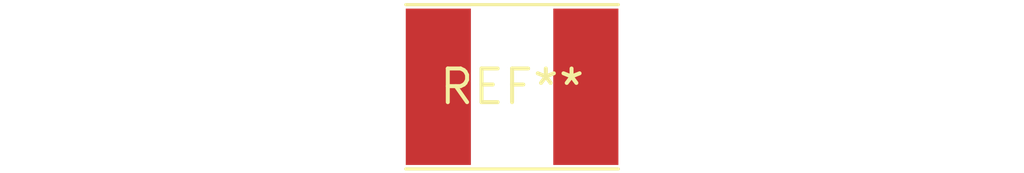
<source format=kicad_pcb>
(kicad_pcb (version 20240108) (generator pcbnew)
  (layers (0 "F.Cu" signal) (31 "B.Cu" signal) (34 "B.Paste" user) (35 "F.Paste" user) (36 "B.SilkS" user "B.Silkscreen") (37 "F.SilkS" user "F.Silkscreen") (38 "B.Mask" user) (39 "F.Mask" user) (44 "Edge.Cuts" user))
  (net 0 "")
  (footprint "L_Taiyo-Yuden_NR-60xx_HandSoldering" (layer "F.Cu") (at 0 0)
    (property "Reference" "REF**")
    (property "Value" "L_Taiyo-Yuden_NR-60xx_HandSoldering")
    (fp_line (start -4 -3.1) (end 4 -3.1) (layer "F.SilkS") (stroke (width 0.12)))
    (fp_line (start -4 3.1) (end 4 3.1) (layer "F.SilkS") (stroke (width 0.12)))
    (pad "1" smd rect (at -2.775 0) (size 2.45 5.9) (layers "F.Cu" "F.Paste" "F.Mask"))
    (pad "2" smd rect (at 2.775 0) (size 2.45 5.9) (layers "F.Cu" "F.Paste" "F.Mask"))
  )
)
</source>
